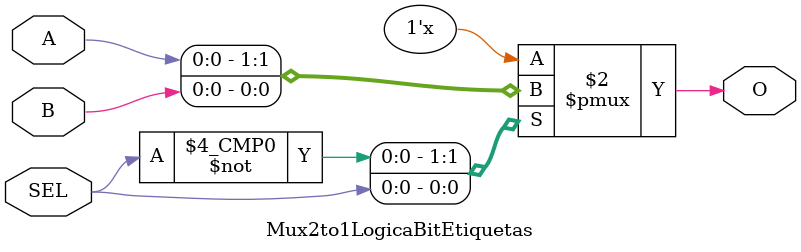
<source format=sv>
`timescale 1ns / 1ps


module Mux2to1LogicaBitEtiquetas(O,A,B,SEL);
parameter k=1;
input [k-1:0]A,B;
input SEL;
output [k-1:0]O;
reg [k-1:0]O;

always @(*) begin
    case(SEL)
        1'b0: O=A;
        1'b1: O=B;        
    endcase

end
endmodule

</source>
